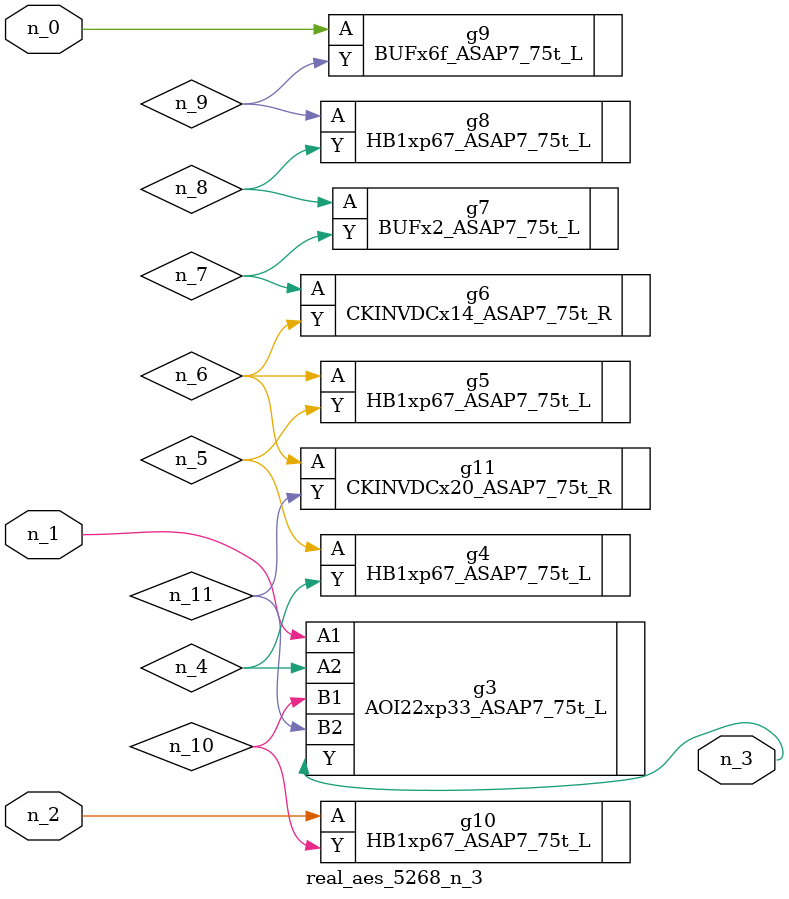
<source format=v>
module real_aes_5268_n_3 (n_0, n_2, n_1, n_3);
input n_0;
input n_2;
input n_1;
output n_3;
wire n_4;
wire n_5;
wire n_7;
wire n_8;
wire n_6;
wire n_9;
wire n_10;
wire n_11;
BUFx6f_ASAP7_75t_L g9 ( .A(n_0), .Y(n_9) );
AOI22xp33_ASAP7_75t_L g3 ( .A1(n_1), .A2(n_4), .B1(n_10), .B2(n_11), .Y(n_3) );
HB1xp67_ASAP7_75t_L g10 ( .A(n_2), .Y(n_10) );
HB1xp67_ASAP7_75t_L g4 ( .A(n_5), .Y(n_4) );
HB1xp67_ASAP7_75t_L g5 ( .A(n_6), .Y(n_5) );
CKINVDCx20_ASAP7_75t_R g11 ( .A(n_6), .Y(n_11) );
CKINVDCx14_ASAP7_75t_R g6 ( .A(n_7), .Y(n_6) );
BUFx2_ASAP7_75t_L g7 ( .A(n_8), .Y(n_7) );
HB1xp67_ASAP7_75t_L g8 ( .A(n_9), .Y(n_8) );
endmodule
</source>
